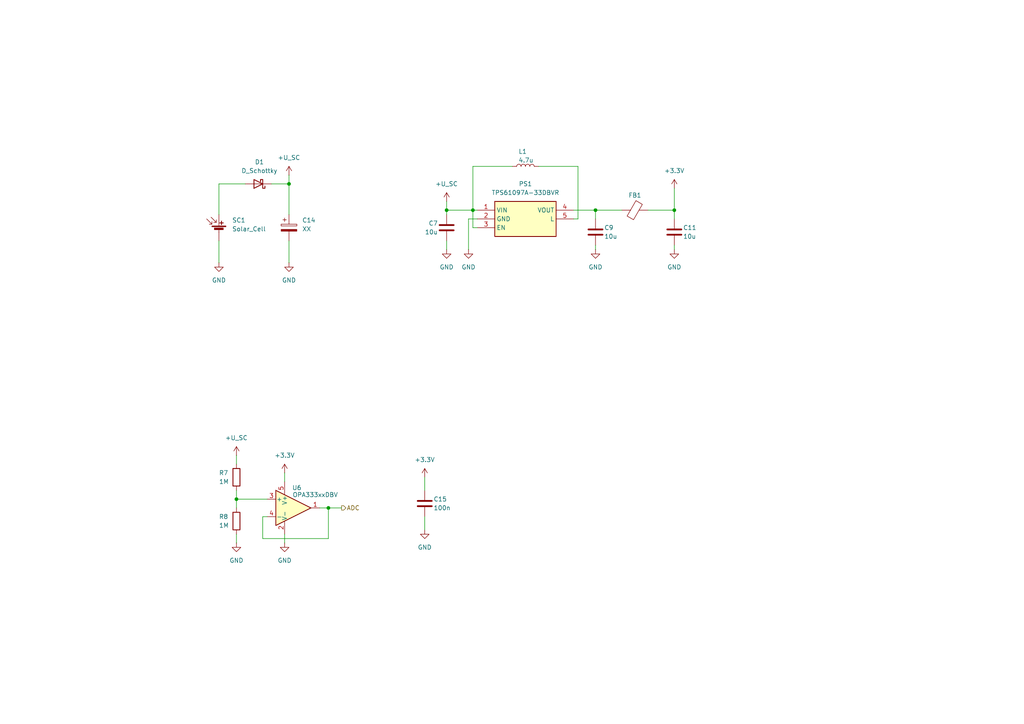
<source format=kicad_sch>
(kicad_sch (version 20231120) (generator "eeschema") (generator_version "8.0")
  (paper "A4")
  (lib_symbols
    (symbol "Amplifier_Operational:OPA333xxDBV" (pin_names (offset 0.127))
      (property "Reference" "U" (at -1.27 6.35 0))
      (property "Value" "OPA333xxDBV" (at -1.27 3.81 0))
      (symbol "OPA333xxDBV_0_1"
        (polyline (pts (xy -5.08 5.08) (xy 5.08 0) (xy -5.08 -5.08) (xy -5.08 5.08)) (stroke (width 0.254)) (fill (type background)))
        (pin power_in line (at -2.54 -7.62 90) (length 3.81) (name "V-") (number "2"))
        (pin power_in line (at -2.54 7.62 270) (length 3.81) (name "V+") (number "5"))
      )
      (symbol "OPA333xxDBV_1_1"
        (pin output line (at 7.62 0 180) (length 2.54) (name "~") (number "1"))
        (pin input line (at -7.62 2.54 0) (length 2.54) (name "+") (number "3"))
        (pin input line (at -7.62 -2.54 0) (length 2.54) (name "-") (number "4"))
      )
    )
    (symbol "Device:C" (pin_numbers hide) (pin_names (offset 0.254))
      (property "Reference" "C" (at 0.635 2.54 0))
      (property "Value" "C" (at 0.635 -2.54 0))
      (symbol "C_0_1"
        (polyline (pts (xy -2.032 -0.762) (xy 2.032 -0.762)) (stroke (width 0.508)))
        (polyline (pts (xy -2.032 0.762) (xy 2.032 0.762)) (stroke (width 0.508)))
      )
      (symbol "C_1_1"
        (pin passive line (at 0 3.81 270) (length 2.794) (name "~") (number "1"))
        (pin passive line (at 0 -3.81 90) (length 2.794) (name "~") (number "2"))
      )
    )
    (symbol "Device:C_Polarized" (pin_numbers hide) (pin_names (offset 0.254))
      (property "Reference" "C" (at 0.635 2.54 0))
      (property "Value" "C_Polarized" (at 0.635 -2.54 0))
      (symbol "C_Polarized_0_1"
        (rectangle (start -2.286 0.508) (end 2.286 1.016))
        (polyline (pts (xy -1.778 2.286) (xy -0.762 2.286)))
        (polyline (pts (xy -1.27 2.794) (xy -1.27 1.778)))
        (rectangle (start 2.286 -0.508) (end -2.286 -1.016) (fill (type outline)))
      )
      (symbol "C_Polarized_1_1"
        (pin passive line (at 0 3.81 270) (length 2.794) (name "~") (number "1"))
        (pin passive line (at 0 -3.81 90) (length 2.794) (name "~") (number "2"))
      )
    )
    (symbol "Device:D_Schottky" (pin_numbers hide) (pin_names (offset 1.016) hide)
      (property "Reference" "D" (at 0 2.54 0))
      (property "Value" "D_Schottky" (at 0 -2.54 0))
      (symbol "D_Schottky_0_1"
        (polyline (pts (xy 1.27 0) (xy -1.27 0)))
        (polyline (pts (xy 1.27 1.27) (xy 1.27 -1.27) (xy -1.27 0) (xy 1.27 1.27)) (stroke (width 0.254)))
        (polyline (pts (xy -1.905 0.635) (xy -1.905 1.27) (xy -1.27 1.27) (xy -1.27 -1.27) (xy -0.635 -1.27) (xy -0.635 -0.635)) (stroke (width 0.254)))
      )
      (symbol "D_Schottky_1_1"
        (pin passive line (at -3.81 0 0) (length 2.54) (name "K") (number "1"))
        (pin passive line (at 3.81 0 180) (length 2.54) (name "A") (number "2"))
      )
    )
    (symbol "Device:FerriteBead" (pin_numbers hide) (pin_names (offset 0))
      (property "Reference" "FB" (at -3.81 0.635 90))
      (property "Value" "FerriteBead" (at 3.81 0 90))
      (symbol "FerriteBead_0_1"
        (polyline (pts (xy 0 -1.27) (xy 0 -1.2192)))
        (polyline (pts (xy 0 1.27) (xy 0 1.2954)))
        (polyline (pts (xy -2.7686 0.4064) (xy -1.7018 2.2606) (xy 2.7686 -0.3048) (xy 1.6764 -2.159) (xy -2.7686 0.4064)))
      )
      (symbol "FerriteBead_1_1"
        (pin passive line (at 0 3.81 270) (length 2.54) (name "~") (number "1"))
        (pin passive line (at 0 -3.81 90) (length 2.54) (name "~") (number "2"))
      )
    )
    (symbol "Device:L" (pin_numbers hide) (pin_names (offset 1.016) hide)
      (property "Reference" "L" (at -1.27 0 90))
      (property "Value" "L" (at 1.905 0 90))
      (symbol "L_0_1"
        (arc (start 0 -2.54) (mid 0.6323 -1.905) (end 0 -1.27))
        (arc (start 0 -1.27) (mid 0.6323 -0.635) (end 0 0))
        (arc (start 0 0) (mid 0.6323 0.635) (end 0 1.27))
        (arc (start 0 1.27) (mid 0.6323 1.905) (end 0 2.54))
      )
      (symbol "L_1_1"
        (pin passive line (at 0 3.81 270) (length 1.27) (name "1") (number "1"))
        (pin passive line (at 0 -3.81 90) (length 1.27) (name "2") (number "2"))
      )
    )
    (symbol "Device:R" (pin_numbers hide) (pin_names (offset 0))
      (property "Reference" "R" (at 2.032 0 90))
      (property "Value" "R" (at 0 0 90))
      (symbol "R_0_1"
        (rectangle (start -1.016 -2.54) (end 1.016 2.54) (stroke (width 0.254)))
      )
      (symbol "R_1_1"
        (pin passive line (at 0 3.81 270) (length 1.27) (name "~") (number "1"))
        (pin passive line (at 0 -3.81 90) (length 1.27) (name "~") (number "2"))
      )
    )
    (symbol "Device:Solar_Cell" (pin_numbers hide) (pin_names (offset 0) hide)
      (property "Reference" "SC" (at 2.54 2.54 0))
      (property "Value" "Solar_Cell" (at 2.54 0 0))
      (symbol "Solar_Cell_0_1"
        (rectangle (start -2.032 1.778) (end 2.032 1.524) (fill (type outline)))
        (rectangle (start -1.3208 1.1938) (end 1.27 0.6858) (fill (type outline)))
        (polyline (pts (xy -2.032 2.286) (xy -3.556 3.81)))
        (polyline (pts (xy -0.762 2.794) (xy -2.286 4.318)))
        (polyline (pts (xy 0 0.762) (xy 0 0)))
        (polyline (pts (xy 0 1.778) (xy 0 2.54)))
        (polyline (pts (xy 0.254 2.667) (xy 1.27 2.667)) (stroke (width 0.254)))
        (polyline (pts (xy 0.762 3.175) (xy 0.762 2.159)) (stroke (width 0.254)))
        (polyline (pts (xy -2.032 3.048) (xy -2.032 2.286) (xy -2.794 2.286)))
        (polyline (pts (xy -0.762 3.556) (xy -0.762 2.794) (xy -1.524 2.794)))
      )
      (symbol "Solar_Cell_1_1"
        (pin passive line (at 0 5.08 270) (length 2.54) (name "+") (number "1"))
        (pin passive line (at 0 -2.54 90) (length 2.54) (name "-") (number "2"))
      )
    )
    (symbol "Library:TPS61097A-33DBVR"
      (property "Reference" "PS" (at 24.13 7.62 0))
      (property "Value" "TPS61097A-33DBVR" (at 24.13 5.08 0))
      (symbol "TPS61097A-33DBVR_1_1"
        (rectangle (start 5.08 2.54) (end 22.86 -7.62) (stroke (width 0.254)) (fill (type background)))
        (pin power_in line (at 0 0 0) (length 5.08) (name "VIN") (number "1"))
        (pin power_in line (at 0 -2.54 0) (length 5.08) (name "GND") (number "2"))
        (pin input line (at 0 -5.08 0) (length 5.08) (name "EN") (number "3"))
        (pin output line (at 27.94 0 180) (length 5.08) (name "VOUT") (number "4"))
        (pin input line (at 27.94 -2.54 180) (length 5.08) (name "L") (number "5"))
      )
    )
    (symbol "power:+3.3V" (power) (pin_numbers hide) (pin_names (offset 0) hide)
      (property "Value" "+3.3V" (at 0 3.556 0))
      (symbol "+3.3V_0_1"
        (polyline (pts (xy -0.762 1.27) (xy 0 2.54)))
        (polyline (pts (xy 0 0) (xy 0 2.54)))
        (polyline (pts (xy 0 2.54) (xy 0.762 1.27)))
      )
      (symbol "+3.3V_1_1"
        (pin power_in line (at 0 0 90) (length 0) (name "~") (number "1"))
      )
    )
    (symbol "power:+BATT" (power) (pin_numbers hide) (pin_names (offset 0) hide)
      (property "Value" "+BATT" (at 0 3.556 0))
      (symbol "+BATT_0_1"
        (polyline (pts (xy -0.762 1.27) (xy 0 2.54)))
        (polyline (pts (xy 0 0) (xy 0 2.54)))
        (polyline (pts (xy 0 2.54) (xy 0.762 1.27)))
      )
      (symbol "+BATT_1_1"
        (pin power_in line (at 0 0 90) (length 0) (name "~") (number "1"))
      )
    )
    (symbol "power:GND" (power) (pin_numbers hide) (pin_names (offset 0) hide)
      (property "Value" "GND" (at 0 -3.81 0))
      (symbol "GND_0_1"
        (polyline (pts (xy 0 0) (xy 0 -1.27) (xy 1.27 -1.27) (xy 0 -2.54) (xy -1.27 -1.27) (xy 0 -1.27)))
      )
      (symbol "GND_1_1"
        (pin power_in line (at 0 0 270) (length 0) (name "~") (number "1"))
      )
    )
  )
  (junction (at 129.54 60.96))
  (junction (at 137.16 60.96))
  (junction (at 195.58 60.96))
  (junction (at 83.82 53.34))
  (junction (at 68.58 144.78))
  (junction (at 172.72 60.96))
  (junction (at 95.25 147.32))
  (wire (pts (xy 63.5 53.34) (xy 71.12 53.34)))
  (wire (pts (xy 63.5 62.23) (xy 63.5 53.34)))
  (wire (pts (xy 76.2 156.21) (xy 95.25 156.21)))
  (wire (pts (xy 172.72 71.12) (xy 172.72 72.39)))
  (wire (pts (xy 123.19 149.86) (xy 123.19 153.67)))
  (wire (pts (xy 83.82 69.85) (xy 83.82 76.2)))
  (wire (pts (xy 195.58 54.61) (xy 195.58 60.96)))
  (wire (pts (xy 92.71 147.32) (xy 95.25 147.32)))
  (wire (pts (xy 138.43 66.04) (xy 137.16 66.04)))
  (wire (pts (xy 129.54 58.42) (xy 129.54 60.96)))
  (wire (pts (xy 95.25 147.32) (xy 99.06 147.32)))
  (wire (pts (xy 68.58 142.24) (xy 68.58 144.78)))
  (wire (pts (xy 77.47 149.86) (xy 76.2 149.86)))
  (wire (pts (xy 63.5 69.85) (xy 63.5 76.2)))
  (wire (pts (xy 195.58 60.96) (xy 195.58 63.5)))
  (wire (pts (xy 166.37 63.5) (xy 167.64 63.5)))
  (wire (pts (xy 76.2 149.86) (xy 76.2 156.21)))
  (wire (pts (xy 138.43 63.5) (xy 135.89 63.5)))
  (wire (pts (xy 166.37 60.96) (xy 172.72 60.96)))
  (wire (pts (xy 123.19 138.43) (xy 123.19 142.24)))
  (wire (pts (xy 68.58 144.78) (xy 77.47 144.78)))
  (wire (pts (xy 83.82 53.34) (xy 83.82 62.23)))
  (wire (pts (xy 148.59 48.26) (xy 137.16 48.26)))
  (wire (pts (xy 135.89 63.5) (xy 135.89 72.39)))
  (wire (pts (xy 172.72 60.96) (xy 180.34 60.96)))
  (wire (pts (xy 167.64 48.26) (xy 167.64 63.5)))
  (wire (pts (xy 137.16 48.26) (xy 137.16 60.96)))
  (wire (pts (xy 68.58 132.08) (xy 68.58 134.62)))
  (wire (pts (xy 95.25 156.21) (xy 95.25 147.32)))
  (wire (pts (xy 195.58 71.12) (xy 195.58 72.39)))
  (wire (pts (xy 82.55 154.94) (xy 82.55 157.48)))
  (wire (pts (xy 187.96 60.96) (xy 195.58 60.96)))
  (wire (pts (xy 172.72 60.96) (xy 172.72 63.5)))
  (wire (pts (xy 82.55 137.16) (xy 82.55 139.7)))
  (wire (pts (xy 129.54 60.96) (xy 137.16 60.96)))
  (wire (pts (xy 137.16 60.96) (xy 138.43 60.96)))
  (wire (pts (xy 156.21 48.26) (xy 167.64 48.26)))
  (wire (pts (xy 68.58 144.78) (xy 68.58 147.32)))
  (wire (pts (xy 129.54 62.23) (xy 129.54 60.96)))
  (wire (pts (xy 129.54 69.85) (xy 129.54 72.39)))
  (wire (pts (xy 78.74 53.34) (xy 83.82 53.34)))
  (wire (pts (xy 137.16 60.96) (xy 137.16 66.04)))
  (wire (pts (xy 83.82 50.8) (xy 83.82 53.34)))
  (wire (pts (xy 68.58 154.94) (xy 68.58 157.48)))
  (hierarchical_label "ADC" (shape output) (at 99.06 147.32 0))
  (symbol (lib_id "Device:R") (at 68.58 138.43 0) (unit 1)
    (property "Reference" "R7" (at 63.5 137.16 0) (effects (justify left)))
    (property "Value" "1M" (at 63.5 139.7 0) (effects (justify left)))
    (property "Description" "Resistor" (effects (hide yes)))
  )
  (symbol (lib_id "power:GND") (at 172.72 72.39 0) (unit 1)
    (property "Reference" "#PWR055" (effects (hide yes)))
    (property "Value" "GND" (at 172.72 77.47 0))
    (property "Description" "Power symbol creates a global label with name \"GND\" , ground" (effects (hide yes)))
  )
  (symbol (lib_id "power:GND") (at 63.5 76.2 0) (unit 1)
    (property "Reference" "#PWR043" (effects (hide yes)))
    (property "Value" "GND" (at 63.5 81.28 0))
    (property "Description" "Power symbol creates a global label with name \"GND\" , ground" (effects (hide yes)))
  )
  (symbol (lib_id "Device:D_Schottky") (at 74.93 53.34 180) (unit 1)
    (property "Reference" "D1" (at 75.2475 46.99 0))
    (property "Value" "D_Schottky" (at 75.2475 49.53 0))
    (property "Description" "Schottky diode" (effects (hide yes)))
  )
  (symbol (lib_id "Device:C_Polarized") (at 83.82 66.04 0) (unit 1)
    (property "Reference" "C14" (at 87.63 63.8809 0) (effects (justify left)))
    (property "Value" "XX" (at 87.63 66.4209 0) (effects (justify left)))
    (property "Description" "Polarized capacitor" (effects (hide yes)))
  )
  (symbol (lib_id "Device:FerriteBead") (at 184.15 60.96 90) (unit 1)
    (property "Reference" "FB1" (at 184.15 56.642 90))
    (property "Value" "FerriteBead" (effects (hide yes)))
    (property "Description" "Ferrite bead" (effects (hide yes)))
  )
  (symbol (lib_id "Device:R") (at 68.58 151.13 0) (unit 1)
    (property "Reference" "R8" (at 63.5 149.86 0) (effects (justify left)))
    (property "Value" "1M" (at 63.5 152.4 0) (effects (justify left)))
    (property "Description" "Resistor" (effects (hide yes)))
  )
  (symbol (lib_id "power:GND") (at 135.89 72.39 0) (unit 1)
    (property "Reference" "#PWR054" (effects (hide yes)))
    (property "Value" "GND" (at 135.89 77.47 0))
    (property "Description" "Power symbol creates a global label with name \"GND\" , ground" (effects (hide yes)))
  )
  (symbol (lib_id "power:+BATT") (at 129.54 58.42 0) (unit 1)
    (property "Reference" "#PWR056" (effects (hide yes)))
    (property "Value" "+U_SC" (at 126.238 53.34 0) (effects (justify left)))
    (property "Description" "Power symbol creates a global label with name \"+BATT\"" (effects (hide yes)))
  )
  (symbol (lib_id "Device:C") (at 129.54 66.04 0) (mirror y) (unit 1)
    (property "Reference" "C7" (at 127 64.77 0) (effects (justify left)))
    (property "Value" "10u" (at 127 67.31 0) (effects (justify left)))
    (property "Description" "Unpolarized capacitor" (effects (hide yes)))
  )
  (symbol (lib_id "power:GND") (at 123.19 153.67 0) (unit 1)
    (property "Reference" "#PWR051" (effects (hide yes)))
    (property "Value" "GND" (at 123.19 158.75 0))
    (property "Description" "Power symbol creates a global label with name \"GND\" , ground" (effects (hide yes)))
  )
  (symbol (lib_id "power:+BATT") (at 83.82 50.8 0) (unit 1)
    (property "Reference" "#PWR045" (effects (hide yes)))
    (property "Value" "+U_SC" (at 80.518 45.72 0) (effects (justify left)))
    (property "Description" "Power symbol creates a global label with name \"+BATT\"" (effects (hide yes)))
  )
  (symbol (lib_id "power:GND") (at 83.82 76.2 0) (unit 1)
    (property "Reference" "#PWR044" (effects (hide yes)))
    (property "Value" "GND" (at 83.82 81.28 0))
    (property "Description" "Power symbol creates a global label with name \"GND\" , ground" (effects (hide yes)))
  )
  (symbol (lib_id "power:+3.3V") (at 82.55 137.16 0) (unit 1)
    (property "Reference" "#PWR049" (effects (hide yes)))
    (property "Value" "+3.3V" (at 82.55 132.08 0))
    (property "Description" "Power symbol creates a global label with name \"+3.3V\"" (effects (hide yes)))
  )
  (symbol (lib_id "power:GND") (at 129.54 72.39 0) (unit 1)
    (property "Reference" "#PWR017" (effects (hide yes)))
    (property "Value" "GND" (at 129.54 77.47 0))
    (property "Description" "Power symbol creates a global label with name \"GND\" , ground" (effects (hide yes)))
  )
  (symbol (lib_id "power:GND") (at 68.58 157.48 0) (unit 1)
    (property "Reference" "#PWR048" (effects (hide yes)))
    (property "Value" "GND" (at 68.58 162.56 0))
    (property "Description" "Power symbol creates a global label with name \"GND\" , ground" (effects (hide yes)))
  )
  (symbol (lib_id "power:+BATT") (at 68.58 132.08 0) (unit 1)
    (property "Reference" "#PWR046" (effects (hide yes)))
    (property "Value" "+U_SC" (at 65.278 127 0) (effects (justify left)))
    (property "Description" "Power symbol creates a global label with name \"+BATT\"" (effects (hide yes)))
  )
  (symbol (lib_id "power:GND") (at 82.55 157.48 0) (unit 1)
    (property "Reference" "#PWR047" (effects (hide yes)))
    (property "Value" "GND" (at 82.55 162.56 0))
    (property "Description" "Power symbol creates a global label with name \"GND\" , ground" (effects (hide yes)))
  )
  (symbol (lib_id "Library:TPS61097A-33DBVR") (at 138.43 60.96 0) (unit 1)
    (property "Reference" "PS1" (at 152.4 53.34 0))
    (property "Value" "TPS61097A-33DBVR" (at 152.4 55.88 0))
    (property "Footprint" "SOT95P280X145-5N" (effects (hide yes)))
    (property "Datasheet" "https://rs.componentsearchengine.com/Datasheets/2/TPS61097A-33DBVR.pdf" (effects (hide yes)))
    (property "Description" "TEXAS INSTRUMENTS - TPS61097A-33DBVR - DC/DC SYNC CONV, BOOST, 2MHZ, SOT-23-5" (effects (hide yes)))
    (property "Height" "1.45" (effects (hide yes)))
    (property "Mouser Part Number" "595-TPS61097A-33DBVR" (effects (hide yes)))
    (property "Mouser Price/Stock" "https://www.mouser.co.uk/ProductDetail/Texas-Instruments/TPS61097A-33DBVR?qs=sU0fTKI0Lun1Vp%252B1oRmuoQ%3D%3D" (effects (hide yes)))
    (property "Manufacturer_Name" "Texas Instruments" (effects (hide yes)))
    (property "Manufacturer_Part_Number" "TPS61097A-33DBVR" (effects (hide yes)))
  )
  (symbol (lib_id "Device:C") (at 172.72 67.31 0) (unit 1)
    (property "Reference" "C9" (at 175.26 66.04 0) (effects (justify left)))
    (property "Value" "10u" (at 175.26 68.58 0) (effects (justify left)))
    (property "Description" "Unpolarized capacitor" (effects (hide yes)))
  )
  (symbol (lib_id "power:+3.3V") (at 195.58 54.61 0) (unit 1)
    (property "Reference" "#PWR020" (effects (hide yes)))
    (property "Value" "+3.3V" (at 195.58 49.53 0))
    (property "Description" "Power symbol creates a global label with name \"+3.3V\"" (effects (hide yes)))
  )
  (symbol (lib_id "Device:L") (at 152.4 48.26 90) (unit 1)
    (property "Reference" "L1" (at 150.368 43.942 90) (effects (justify right)))
    (property "Value" "4.7u" (at 150.368 46.482 90) (effects (justify right)))
    (property "Description" "Inductor" (effects (hide yes)))
  )
  (symbol (lib_id "Device:C") (at 195.58 67.31 0) (unit 1)
    (property "Reference" "C11" (at 198.12 66.04 0) (effects (justify left)))
    (property "Value" "10u" (at 198.12 68.58 0) (effects (justify left)))
    (property "Description" "Unpolarized capacitor" (effects (hide yes)))
  )
  (symbol (lib_id "Device:C") (at 123.19 146.05 0) (unit 1)
    (property "Reference" "C15" (at 125.73 144.78 0) (effects (justify left)))
    (property "Value" "100n" (at 125.73 147.32 0) (effects (justify left)))
    (property "Description" "Unpolarized capacitor" (effects (hide yes)))
  )
  (symbol (lib_id "power:GND") (at 195.58 72.39 0) (unit 1)
    (property "Reference" "#PWR057" (effects (hide yes)))
    (property "Value" "GND" (at 195.58 77.47 0))
    (property "Description" "Power symbol creates a global label with name \"GND\" , ground" (effects (hide yes)))
  )
  (symbol (lib_id "Amplifier_Operational:OPA333xxDBV") (at 85.09 147.32 0) (unit 1)
    (property "Reference" "U6" (at 86.106 141.478 0))
    (property "Value" "OPA333xxDBV" (at 91.44 143.51 0))
    (property "Footprint" "Package_TO_SOT_SMD:SOT-23-5" (effects (hide yes)))
    (property "Datasheet" "http://www.ti.com/lit/ds/symlink/opa333.pdf" (effects (hide yes)))
    (property "Description" "Single 1.8V, microPower, CMOS Operational Amplifiers, Zero-Drift Series, SOT-23-5" (effects (hide yes)))
  )
  (symbol (lib_id "power:+3.3V") (at 123.19 138.43 0) (unit 1)
    (property "Reference" "#PWR050" (effects (hide yes)))
    (property "Value" "+3.3V" (at 123.19 133.35 0))
    (property "Description" "Power symbol creates a global label with name \"+3.3V\"" (effects (hide yes)))
  )
  (symbol (lib_id "Device:Solar_Cell") (at 63.5 67.31 0) (unit 1)
    (property "Reference" "SC1" (at 67.31 63.8809 0) (effects (justify left)))
    (property "Value" "Solar_Cell" (at 67.31 66.4209 0) (effects (justify left)))
    (property "Description" "Single solar cell" (effects (hide yes)))
  )
)
</source>
